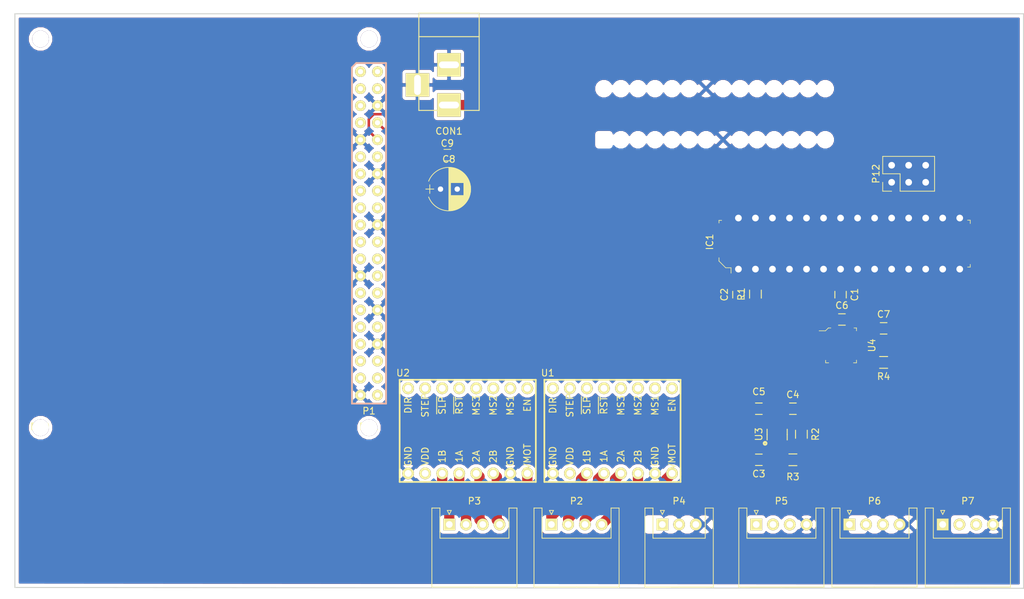
<source format=kicad_pcb>
(kicad_pcb (version 4) (host pcbnew 4.0.5)
  (layers (0 F.Cu signal) (31 B.Cu signal) (34 B.Paste user) (35 F.Paste user) (36 B.SilkS user) (37 F.SilkS user) (38 B.Mask user) (39 F.Mask user) (44 Edge.Cuts user))
  (net 0 "")
  (net 1 +3V3)
  (net 2 GND)
  (net 3 "Net-(C3-Pad1)")
  (net 4 "Net-(C4-Pad1)")
  (net 5 "Net-(C4-Pad2)")
  (net 6 +12V)
  (net 7 RX)
  (net 8 TX)
  (net 9 "Net-(IC1-Pad4)")
  (net 10 "Net-(IC1-Pad5)")
  (net 11 "Net-(IC1-Pad6)")
  (net 12 "Net-(IC1-Pad9)")
  (net 13 "Net-(IC1-Pad10)")
  (net 14 "Net-(IC1-Pad11)")
  (net 15 "Net-(IC1-Pad12)")
  (net 16 "Net-(IC1-Pad13)")
  (net 17 M1_STEP)
  (net 18 M1_DIR)
  (net 19 M2_STEP)
  (net 20 "Net-(IC1-Pad21)")
  (net 21 LOAD_CELL_OUT)
  (net 22 TABLE_LIMIT_SWITCH)
  (net 23 "Net-(IC1-Pad25)")
  (net 24 "Net-(IC1-Pad26)")
  (net 25 "Net-(IC1-Pad27)")
  (net 26 "Net-(IC1-Pad28)")
  (net 27 +5V)
  (net 28 "Net-(P1-Pad3)")
  (net 29 "Net-(P1-Pad5)")
  (net 30 "Net-(P1-Pad7)")
  (net 31 "Net-(P1-Pad11)")
  (net 32 "Net-(P1-Pad12)")
  (net 33 "Net-(P1-Pad13)")
  (net 34 "Net-(P1-Pad15)")
  (net 35 "Net-(P1-Pad16)")
  (net 36 "Net-(P1-Pad18)")
  (net 37 "Net-(P1-Pad19)")
  (net 38 "Net-(P1-Pad21)")
  (net 39 "Net-(P1-Pad22)")
  (net 40 "Net-(P1-Pad23)")
  (net 41 "Net-(P1-Pad24)")
  (net 42 "Net-(P1-Pad26)")
  (net 43 "Net-(P1-Pad27)")
  (net 44 "Net-(P1-Pad28)")
  (net 45 "Net-(P1-Pad29)")
  (net 46 "Net-(P1-Pad31)")
  (net 47 "Net-(P1-Pad32)")
  (net 48 "Net-(P1-Pad33)")
  (net 49 "Net-(P1-Pad35)")
  (net 50 "Net-(P1-Pad36)")
  (net 51 "Net-(P1-Pad37)")
  (net 52 "Net-(P1-Pad38)")
  (net 53 "Net-(P1-Pad40)")
  (net 54 STEPPER1_2B)
  (net 55 STEPPER1_2A)
  (net 56 STEPPER1_1A)
  (net 57 STEPPER1_1B)
  (net 58 STEPPER2_2B)
  (net 59 STEPPER2_2A)
  (net 60 STEPPER2_1A)
  (net 61 STEPPER2_1B)
  (net 62 LOADCELL+)
  (net 63 LOADCELL-)
  (net 64 ULTRASONIC_TRIG)
  (net 65 ULTRASONIC_ECHO)
  (net 66 STRIP1_DATA)
  (net 67 STRIP2_DATA)
  (net 68 "Net-(U1-Pad4)")
  (net 69 "Net-(U1-Pad3)")
  (net 70 "Net-(U1-Pad2)")
  (net 71 "Net-(U1-Pad1)")
  (net 72 "Net-(U1-Pad5)")
  (net 73 "Net-(U1-Pad6)")
  (net 74 "Net-(U2-Pad4)")
  (net 75 "Net-(U2-Pad3)")
  (net 76 "Net-(U2-Pad2)")
  (net 77 "Net-(U2-Pad1)")
  (net 78 "Net-(U2-Pad5)")
  (net 79 "Net-(U2-Pad6)")
  (net 80 "Net-(U3-Pad3)")
  (net 81 "Net-(R4-Pad2)")
  (net 82 "Net-(U4-Pad6)")
  (net 83 "Net-(U4-Pad9)")
  (net 84 "Net-(P8-Pad1)")
  (net 85 "Net-(P9-Pad1)")
  (net 86 "Net-(P10-Pad1)")
  (net 87 "Net-(P11-Pad1)")
  (net 88 RESET)
  (net 89 "M2_DIR(MOSI)")
  (net 90 MISO)
  (net 91 SCK)
  (module Connectors_JST:JST_XH_S04B-XH-A_04x2.50mm_Angled (layer F.Cu) (at 177.92 107.95)
    (fp_text reference P5 (at 3.75 -3.5) (layer F.SilkS))
    (fp_text value CONN_01X04)
    (pad 1 thru_hole rect (at 0 0) (size 1.75 1.75) (drill 1) (layers *.Cu *.Mask F.SilkS) (net 1 +3V3))
    (pad 2 thru_hole circle (at 2.5 0) (size 1.75 1.75) (drill 1) (layers *.Cu *.Mask F.SilkS) (net 62 LOADCELL+))
    (pad 3 thru_hole circle (at 5 0) (size 1.75 1.75) (drill 1) (layers *.Cu *.Mask F.SilkS) (net 63 LOADCELL-))
    (pad 4 thru_hole circle (at 7.5 0) (size 1.75 1.75) (drill 1) (layers *.Cu *.Mask F.SilkS) (net 2 GND))
  )
  (module Capacitors_SMD:C_0805_HandSoldering (layer F.Cu) (at 190.5 73.66 270)
    (fp_text reference C1 (at 0 -2.1 270) (layer F.SilkS))
    (fp_text value 0.1uF)
    (pad 1 smd rect (at -1.25 0 270) (size 1.5 1.25) (layers F.Cu F.Paste F.Mask) (net 1 +3V3))
    (pad 2 smd rect (at 1.25 0 270) (size 1.5 1.25) (layers F.Cu F.Paste F.Mask) (net 2 GND))
  )
  (module Capacitors_SMD:C_0805_HandSoldering (layer F.Cu) (at 175.26 73.66 90)
    (fp_text reference C2 (at 0 -2.1 90) (layer F.SilkS))
    (fp_text value 0.1uF)
    (pad 1 smd rect (at -1.25 0 90) (size 1.5 1.25) (layers F.Cu F.Paste F.Mask) (net 2 GND))
    (pad 2 smd rect (at 1.25 0 90) (size 1.5 1.25) (layers F.Cu F.Paste F.Mask) (net 88 RESET))
  )
  (module Capacitors_SMD:C_0805_HandSoldering (layer F.Cu) (at 178.308 98.298 180)
    (fp_text reference C3 (at 0 -2.1 180) (layer F.SilkS))
    (fp_text value 39pF)
    (pad 1 smd rect (at -1.25 0 180) (size 1.5 1.25) (layers F.Cu F.Paste F.Mask) (net 3 "Net-(C3-Pad1)"))
    (pad 2 smd rect (at 1.25 0 180) (size 1.5 1.25) (layers F.Cu F.Paste F.Mask) (net 2 GND))
  )
  (module Capacitors_SMD:C_0805_HandSoldering (layer F.Cu) (at 183.388 90.678)
    (fp_text reference C4 (at 0 -2.1) (layer F.SilkS))
    (fp_text value 1300pF)
    (pad 1 smd rect (at -1.25 0) (size 1.5 1.25) (layers F.Cu F.Paste F.Mask) (net 4 "Net-(C4-Pad1)"))
    (pad 2 smd rect (at 1.25 0) (size 1.5 1.25) (layers F.Cu F.Paste F.Mask) (net 5 "Net-(C4-Pad2)"))
  )
  (module Capacitors_SMD:C_0805_HandSoldering (layer F.Cu) (at 178.308 90.678 180)
    (fp_text reference C5 (at 0 2.54 180) (layer F.SilkS))
    (fp_text value 0.1uF)
    (pad 1 smd rect (at -1.25 0 180) (size 1.5 1.25) (layers F.Cu F.Paste F.Mask) (net 1 +3V3))
    (pad 2 smd rect (at 1.25 0 180) (size 1.5 1.25) (layers F.Cu F.Paste F.Mask) (net 2 GND))
  )
  (module Connect:BARREL_JACK (layer F.Cu) (at 132.08 39.16934 270)
    (fp_text reference CON1 (at 10.09904 0 360) (layer F.SilkS))
    (fp_text value BARREL_JACK)
    (pad 1 thru_hole rect (at 6.20014 0 270) (size 3.50012 3.50012) (drill oval 1.00076 2.99974) (layers *.Cu *.Mask F.SilkS) (net 6 +12V))
    (pad 2 thru_hole rect (at 0.20066 0 270) (size 3.50012 3.50012) (drill oval 1.00076 2.99974) (layers *.Cu *.Mask F.SilkS) (net 2 GND))
    (pad 3 thru_hole rect (at 3.2004 4.699 270) (size 3.50012 3.50012) (drill oval 2.99974 1.00076) (layers *.Cu *.Mask F.SilkS) (net 2 GND))
  )
  (module digikey-footprints:28-DIP (layer F.Cu) (at 175.26 69.85 90)
    (fp_text reference IC1 (at 4.05 -4.28 90) (layer F.SilkS))
    (fp_text value ATMEGA328P-P)
    (pad 1 thru_hole rect (at 0 0 90) (size 1.6 1.6) (drill 1) (layers *.Cu *.Mask) (net 88 RESET))
    (pad 2 thru_hole circle (at 0 2.54 90) (size 1.6 1.6) (drill 1) (layers *.Cu *.Mask) (net 7 RX))
    (pad 3 thru_hole circle (at 0 5.08 90) (size 1.6 1.6) (drill 1) (layers *.Cu *.Mask) (net 8 TX))
    (pad 4 thru_hole circle (at 0 7.62 90) (size 1.6 1.6) (drill 1) (layers *.Cu *.Mask) (net 9 "Net-(IC1-Pad4)"))
    (pad 5 thru_hole circle (at 0 10.16 90) (size 1.6 1.6) (drill 1) (layers *.Cu *.Mask) (net 10 "Net-(IC1-Pad5)"))
    (pad 6 thru_hole circle (at 0 12.7 90) (size 1.6 1.6) (drill 1) (layers *.Cu *.Mask) (net 11 "Net-(IC1-Pad6)"))
    (pad 7 thru_hole circle (at 0 15.24 90) (size 1.6 1.6) (drill 1) (layers *.Cu *.Mask) (net 1 +3V3))
    (pad 8 thru_hole circle (at 0 17.78 90) (size 1.6 1.6) (drill 1) (layers *.Cu *.Mask) (net 2 GND))
    (pad 9 thru_hole circle (at 0 20.32 90) (size 1.6 1.6) (drill 1) (layers *.Cu *.Mask) (net 12 "Net-(IC1-Pad9)"))
    (pad 10 thru_hole circle (at 0 22.86 90) (size 1.6 1.6) (drill 1) (layers *.Cu *.Mask) (net 13 "Net-(IC1-Pad10)"))
    (pad 11 thru_hole circle (at 0 25.4 90) (size 1.6 1.6) (drill 1) (layers *.Cu *.Mask) (net 14 "Net-(IC1-Pad11)"))
    (pad 12 thru_hole circle (at 0 27.94 90) (size 1.6 1.6) (drill 1) (layers *.Cu *.Mask) (net 15 "Net-(IC1-Pad12)"))
    (pad 13 thru_hole circle (at 0 30.48 90) (size 1.6 1.6) (drill 1) (layers *.Cu *.Mask) (net 16 "Net-(IC1-Pad13)"))
    (pad 14 thru_hole circle (at 0 33.02 90) (size 1.6 1.6) (drill 1) (layers *.Cu *.Mask) (net 17 M1_STEP))
    (pad 15 thru_hole circle (at 7.62 33.02 90) (size 1.6 1.6) (drill 1) (layers *.Cu *.Mask) (net 18 M1_DIR))
    (pad 16 thru_hole circle (at 7.62 30.48 90) (size 1.6 1.6) (drill 1) (layers *.Cu *.Mask) (net 19 M2_STEP))
    (pad 17 thru_hole circle (at 7.62 27.94 90) (size 1.6 1.6) (drill 1) (layers *.Cu *.Mask) (net 89 "M2_DIR(MOSI)"))
    (pad 18 thru_hole circle (at 7.62 25.4 90) (size 1.6 1.6) (drill 1) (layers *.Cu *.Mask) (net 90 MISO))
    (pad 19 thru_hole circle (at 7.62 22.86 90) (size 1.6 1.6) (drill 1) (layers *.Cu *.Mask) (net 91 SCK))
    (pad 20 thru_hole circle (at 7.62 20.32 90) (size 1.6 1.6) (drill 1) (layers *.Cu *.Mask) (net 1 +3V3))
    (pad 21 thru_hole circle (at 7.62 17.78 90) (size 1.6 1.6) (drill 1) (layers *.Cu *.Mask) (net 20 "Net-(IC1-Pad21)"))
    (pad 22 thru_hole circle (at 7.62 15.24 90) (size 1.6 1.6) (drill 1) (layers *.Cu *.Mask) (net 2 GND))
    (pad 23 thru_hole circle (at 7.62 12.7 90) (size 1.6 1.6) (drill 1) (layers *.Cu *.Mask) (net 21 LOAD_CELL_OUT))
    (pad 24 thru_hole circle (at 7.62 10.16 90) (size 1.6 1.6) (drill 1) (layers *.Cu *.Mask) (net 22 TABLE_LIMIT_SWITCH))
    (pad 25 thru_hole circle (at 7.62 7.62 90) (size 1.6 1.6) (drill 1) (layers *.Cu *.Mask) (net 23 "Net-(IC1-Pad25)"))
    (pad 26 thru_hole circle (at 7.62 5.08 90) (size 1.6 1.6) (drill 1) (layers *.Cu *.Mask) (net 24 "Net-(IC1-Pad26)"))
    (pad 27 thru_hole circle (at 7.62 2.54 90) (size 1.6 1.6) (drill 1) (layers *.Cu *.Mask) (net 25 "Net-(IC1-Pad27)"))
    (pad 28 thru_hole circle (at 7.62 0 90) (size 1.6 1.6) (drill 1) (layers *.Cu *.Mask) (net 26 "Net-(IC1-Pad28)"))
  )
  (module Resistors_SMD:R_0805_HandSoldering (layer F.Cu) (at 177.8 73.58 90)
    (fp_text reference R1 (at 0 -2.1 90) (layer F.SilkS))
    (fp_text value 10.0K)
    (pad 1 smd rect (at -1.35 0 90) (size 1.5 1.3) (layers F.Cu F.Paste F.Mask) (net 1 +3V3))
    (pad 2 smd rect (at 1.35 0 90) (size 1.5 1.3) (layers F.Cu F.Paste F.Mask) (net 88 RESET))
  )
  (module Resistors_SMD:R_0805_HandSoldering (layer F.Cu) (at 184.658 94.488 270)
    (fp_text reference R2 (at 0 -2.1 270) (layer F.SilkS))
    (fp_text value DNP)
    (pad 1 smd rect (at -1.35 0 270) (size 1.5 1.3) (layers F.Cu F.Paste F.Mask) (net 2 GND))
    (pad 2 smd rect (at 1.35 0 270) (size 1.5 1.3) (layers F.Cu F.Paste F.Mask) (net 21 LOAD_CELL_OUT))
  )
  (module Resistors_SMD:R_0805_HandSoldering (layer F.Cu) (at 183.388 98.298)
    (fp_text reference R3 (at 0 2.54) (layer F.SilkS))
    (fp_text value 0)
    (pad 1 smd rect (at -1.35 0) (size 1.5 1.3) (layers F.Cu F.Paste F.Mask) (net 3 "Net-(C3-Pad1)"))
    (pad 2 smd rect (at 1.35 0) (size 1.5 1.3) (layers F.Cu F.Paste F.Mask) (net 21 LOAD_CELL_OUT))
  )
  (module USER_MODULES:A4988 (layer F.Cu) (at 156.464 93.98 270)
    (fp_text reference U1 (at -8.636 9.652 360) (layer F.SilkS))
    (fp_text value A4988)
    (fp_text user VMOT (at 3.81 -8.89 270) (layer F.SilkS))
    (fp_text user GND (at 3.81 -6.35 270) (layer F.SilkS))
    (fp_text user 2B (at 3.81 -3.81 270) (layer F.SilkS))
    (fp_text user 2A (at 3.81 -1.27 270) (layer F.SilkS))
    (fp_text user 1A (at 3.81 1.27 270) (layer F.SilkS))
    (fp_text user 1B (at 3.81 3.81 270) (layer F.SilkS))
    (fp_text user VDD (at 3.81 6.35 270) (layer F.SilkS))
    (fp_text user GND (at 3.81 8.89 270) (layer F.SilkS))
    (fp_text user DIR (at -3.81 8.89 270) (layer F.SilkS))
    (fp_text user STEP (at -3.81 6.35 270) (layer F.SilkS))
    (fp_text user ~SLP (at -3.81 3.81 270) (layer F.SilkS))
    (fp_text user ~RST (at -3.81 1.27 270) (layer F.SilkS))
    (fp_text user MS3 (at -3.81 -1.27 270) (layer F.SilkS))
    (fp_text user MS2 (at -3.81 -3.81 270) (layer F.SilkS))
    (fp_text user MS1 (at -3.81 -6.35 270) (layer F.SilkS))
    (fp_text user EN (at -3.81 -8.89 270) (layer F.SilkS))
    (pad 4 thru_hole circle (at -6.35 -1.27 270) (size 1.75 1.75) (drill 1.02) (layers *.Cu *.Mask F.SilkS) (net 68 "Net-(U1-Pad4)"))
    (pad 3 thru_hole circle (at -6.35 -3.81 270) (size 1.75 1.75) (drill 1.02) (layers *.Cu *.Mask F.SilkS) (net 69 "Net-(U1-Pad3)"))
    (pad 2 thru_hole circle (at -6.35 -6.35 270) (size 1.75 1.75) (drill 1.02) (layers *.Cu *.Mask F.SilkS) (net 70 "Net-(U1-Pad2)"))
    (pad 1 thru_hole circle (at -6.35 -8.89 270) (size 1.75 1.75) (drill 1.02) (layers *.Cu *.Mask F.SilkS) (net 71 "Net-(U1-Pad1)"))
    (pad 5 thru_hole circle (at -6.35 1.27 270) (size 1.75 1.75) (drill 1.02) (layers *.Cu *.Mask F.SilkS) (net 72 "Net-(U1-Pad5)"))
    (pad 6 thru_hole circle (at -6.35 3.81 270) (size 1.75 1.75) (drill 1.02) (layers *.Cu *.Mask F.SilkS) (net 73 "Net-(U1-Pad6)"))
    (pad 7 thru_hole circle (at -6.35 6.35 270) (size 1.75 1.75) (drill 1.02) (layers *.Cu *.Mask F.SilkS) (net 17 M1_STEP))
    (pad 8 thru_hole circle (at -6.35 8.89 270) (size 1.75 1.75) (drill 1.02) (layers *.Cu *.Mask F.SilkS) (net 18 M1_DIR))
    (pad 9 thru_hole circle (at 6.35 8.89 270) (size 1.75 1.75) (drill 1.02) (layers *.Cu *.Mask F.SilkS) (net 2 GND))
    (pad 10 thru_hole circle (at 6.35 6.35 270) (size 1.75 1.75) (drill 1.02) (layers *.Cu *.Mask F.SilkS) (net 1 +3V3))
    (pad 11 thru_hole circle (at 6.35 3.81 270) (size 1.75 1.75) (drill 1.02) (layers *.Cu *.Mask F.SilkS) (net 57 STEPPER1_1B))
    (pad 12 thru_hole circle (at 6.35 1.27 270) (size 1.75 1.75) (drill 1.02) (layers *.Cu *.Mask F.SilkS) (net 56 STEPPER1_1A))
    (pad 13 thru_hole circle (at 6.35 -1.27 270) (size 1.75 1.75) (drill 1.02) (layers *.Cu *.Mask F.SilkS) (net 55 STEPPER1_2A))
    (pad 14 thru_hole circle (at 6.35 -3.81 270) (size 1.75 1.75) (drill 1.02) (layers *.Cu *.Mask F.SilkS) (net 54 STEPPER1_2B))
    (pad 15 thru_hole circle (at 6.35 -6.35 270) (size 1.75 1.75) (drill 1.02) (layers *.Cu *.Mask F.SilkS) (net 2 GND))
    (pad 16 thru_hole circle (at 6.35 -8.89 270) (size 1.75 1.75) (drill 1.02) (layers *.Cu *.Mask F.SilkS) (net 6 +12V))
  )
  (module USER_MODULES:A4988 (layer F.Cu) (at 134.874 93.98 270)
    (fp_text reference U2 (at -8.636 9.652 540) (layer F.SilkS))
    (fp_text value A4988)
    (fp_text user VMOT (at 3.81 -8.89 270) (layer F.SilkS))
    (fp_text user GND (at 3.81 -6.35 270) (layer F.SilkS))
    (fp_text user 2B (at 3.81 -3.81 270) (layer F.SilkS))
    (fp_text user 2A (at 3.81 -1.27 270) (layer F.SilkS))
    (fp_text user 1A (at 3.81 1.27 270) (layer F.SilkS))
    (fp_text user 1B (at 3.81 3.81 270) (layer F.SilkS))
    (fp_text user VDD (at 3.81 6.35 270) (layer F.SilkS))
    (fp_text user GND (at 3.81 8.89 270) (layer F.SilkS))
    (fp_text user DIR (at -3.81 8.89 270) (layer F.SilkS))
    (fp_text user STEP (at -3.81 6.35 270) (layer F.SilkS))
    (fp_text user ~SLP (at -3.81 3.81 270) (layer F.SilkS))
    (fp_text user ~RST (at -3.81 1.27 270) (layer F.SilkS))
    (fp_text user MS3 (at -3.81 -1.27 270) (layer F.SilkS))
    (fp_text user MS2 (at -3.81 -3.81 270) (layer F.SilkS))
    (fp_text user MS1 (at -3.81 -6.35 270) (layer F.SilkS))
    (fp_text user EN (at -3.81 -8.89 270) (layer F.SilkS))
    (pad 4 thru_hole circle (at -6.35 -1.27 270) (size 1.75 1.75) (drill 1.02) (layers *.Cu *.Mask F.SilkS) (net 74 "Net-(U2-Pad4)"))
    (pad 3 thru_hole circle (at -6.35 -3.81 270) (size 1.75 1.75) (drill 1.02) (layers *.Cu *.Mask F.SilkS) (net 75 "Net-(U2-Pad3)"))
    (pad 2 thru_hole circle (at -6.35 -6.35 270) (size 1.75 1.75) (drill 1.02) (layers *.Cu *.Mask F.SilkS) (net 76 "Net-(U2-Pad2)"))
    (pad 1 thru_hole circle (at -6.35 -8.89 270) (size 1.75 1.75) (drill 1.02) (layers *.Cu *.Mask F.SilkS) (net 77 "Net-(U2-Pad1)"))
    (pad 5 thru_hole circle (at -6.35 1.27 270) (size 1.75 1.75) (drill 1.02) (layers *.Cu *.Mask F.SilkS) (net 78 "Net-(U2-Pad5)"))
    (pad 6 thru_hole circle (at -6.35 3.81 270) (size 1.75 1.75) (drill 1.02) (layers *.Cu *.Mask F.SilkS) (net 79 "Net-(U2-Pad6)"))
    (pad 7 thru_hole circle (at -6.35 6.35 270) (size 1.75 1.75) (drill 1.02) (layers *.Cu *.Mask F.SilkS) (net 19 M2_STEP))
    (pad 8 thru_hole circle (at -6.35 8.89 270) (size 1.75 1.75) (drill 1.02) (layers *.Cu *.Mask F.SilkS) (net 89 "M2_DIR(MOSI)"))
    (pad 9 thru_hole circle (at 6.35 8.89 270) (size 1.75 1.75) (drill 1.02) (layers *.Cu *.Mask F.SilkS) (net 2 GND))
    (pad 10 thru_hole circle (at 6.35 6.35 270) (size 1.75 1.75) (drill 1.02) (layers *.Cu *.Mask F.SilkS) (net 1 +3V3))
    (pad 11 thru_hole circle (at 6.35 3.81 270) (size 1.75 1.75) (drill 1.02) (layers *.Cu *.Mask F.SilkS) (net 61 STEPPER2_1B))
    (pad 12 thru_hole circle (at 6.35 1.27 270) (size 1.75 1.75) (drill 1.02) (layers *.Cu *.Mask F.SilkS) (net 60 STEPPER2_1A))
    (pad 13 thru_hole circle (at 6.35 -1.27 270) (size 1.75 1.75) (drill 1.02) (layers *.Cu *.Mask F.SilkS) (net 59 STEPPER2_2A))
    (pad 14 thru_hole circle (at 6.35 -3.81 270) (size 1.75 1.75) (drill 1.02) (layers *.Cu *.Mask F.SilkS) (net 58 STEPPER2_2B))
    (pad 15 thru_hole circle (at 6.35 -6.35 270) (size 1.75 1.75) (drill 1.02) (layers *.Cu *.Mask F.SilkS) (net 2 GND))
    (pad 16 thru_hole circle (at 6.35 -8.89 270) (size 1.75 1.75) (drill 1.02) (layers *.Cu *.Mask F.SilkS) (net 6 +12V))
  )
  (module USER_TRANSISTORS_SMD:AD8293G80_SOT23-8 (layer F.Cu) (at 181.040714 94.541)
    (fp_text reference U3 (at -2.732714 -0.053 90) (layer F.SilkS))
    (fp_text value AD8293G80)
    (pad 1 smd rect (at -0.975 1.4) (size 0.38 1.5) (layers F.Cu F.Paste F.Mask) (net 63 LOADCELL-))
    (pad 2 smd rect (at -0.325 1.4) (size 0.38 1.5) (layers F.Cu F.Paste F.Mask) (net 2 GND))
    (pad 3 smd rect (at 0.325 1.4) (size 0.38 1.5) (layers F.Cu F.Paste F.Mask) (net 80 "Net-(U3-Pad3)"))
    (pad 4 smd rect (at 0.975 1.4) (size 0.38 1.5) (layers F.Cu F.Paste F.Mask) (net 3 "Net-(C3-Pad1)"))
    (pad 5 smd rect (at 0.975 -1.4) (size 0.38 1.5) (layers F.Cu F.Paste F.Mask) (net 5 "Net-(C4-Pad2)"))
    (pad 6 smd rect (at 0.325 -1.4) (size 0.38 1.5) (layers F.Cu F.Paste F.Mask) (net 4 "Net-(C4-Pad1)"))
    (pad 7 smd rect (at -0.325 -1.4) (size 0.38 1.5) (layers F.Cu F.Paste F.Mask) (net 1 +3V3))
    (pad 8 smd rect (at -0.975 -1.4) (size 0.38 1.5) (layers F.Cu F.Paste F.Mask) (net 62 LOADCELL+))
  )
  (module Capacitors_SMD:C_0805_HandSoldering (layer F.Cu) (at 190.7032 77.3684)
    (fp_text reference C6 (at 0 -2.1) (layer F.SilkS))
    (fp_text value 0.1uF)
    (pad 1 smd rect (at -1.25 0) (size 1.5 1.25) (layers F.Cu F.Paste F.Mask) (net 1 +3V3))
    (pad 2 smd rect (at 1.25 0) (size 1.5 1.25) (layers F.Cu F.Paste F.Mask) (net 2 GND))
  )
  (module Capacitors_SMD:C_0805_HandSoldering (layer F.Cu) (at 196.9262 78.6892)
    (fp_text reference C7 (at 0 -2.1) (layer F.SilkS))
    (fp_text value 0.1uF)
    (pad 1 smd rect (at -1.25 0) (size 1.5 1.25) (layers F.Cu F.Paste F.Mask) (net 27 +5V))
    (pad 2 smd rect (at 1.25 0) (size 1.5 1.25) (layers F.Cu F.Paste F.Mask) (net 2 GND))
  )
  (module Resistors_SMD:R_0805_HandSoldering (layer F.Cu) (at 196.9262 83.7692 180)
    (fp_text reference R4 (at 0 -2.1 180) (layer F.SilkS))
    (fp_text value 10.0K)
    (pad 1 smd rect (at -1.35 0 180) (size 1.5 1.3) (layers F.Cu F.Paste F.Mask) (net 1 +3V3))
    (pad 2 smd rect (at 1.35 0 180) (size 1.5 1.3) (layers F.Cu F.Paste F.Mask) (net 81 "Net-(R4-Pad2)"))
  )
  (module digikey-footprints:14-TSSOP (layer F.Cu) (at 190.5762 81.2292 270)
    (fp_text reference U4 (at 0 -4.6 270) (layer F.SilkS))
    (fp_text value TXB0104PWR)
    (pad 1 smd rect (at -1.95 2.875 270) (size 0.35 1.4) (layers F.Cu F.Paste F.Mask) (net 1 +3V3))
    (pad 2 smd rect (at -1.3 2.875 270) (size 0.35 1.4) (layers F.Cu F.Paste F.Mask) (net 9 "Net-(IC1-Pad4)"))
    (pad 3 smd rect (at -0.65 2.875 270) (size 0.35 1.4) (layers F.Cu F.Paste F.Mask) (net 10 "Net-(IC1-Pad5)"))
    (pad 4 smd rect (at 0 2.875 270) (size 0.35 1.4) (layers F.Cu F.Paste F.Mask) (net 11 "Net-(IC1-Pad6)"))
    (pad 5 smd rect (at 0.65 2.875 270) (size 0.35 1.4) (layers F.Cu F.Paste F.Mask) (net 14 "Net-(IC1-Pad11)"))
    (pad 6 smd rect (at 1.3 2.875 270) (size 0.35 1.4) (layers F.Cu F.Paste F.Mask) (net 82 "Net-(U4-Pad6)"))
    (pad 7 smd rect (at 1.95 2.875 270) (size 0.35 1.4) (layers F.Cu F.Paste F.Mask) (net 2 GND))
    (pad 14 smd rect (at -1.95 -2.875 270) (size 0.35 1.4) (layers F.Cu F.Paste F.Mask) (net 27 +5V))
    (pad 13 smd rect (at -1.3 -2.875 270) (size 0.35 1.4) (layers F.Cu F.Paste F.Mask) (net 67 STRIP2_DATA))
    (pad 12 smd rect (at -0.65 -2.875 270) (size 0.35 1.4) (layers F.Cu F.Paste F.Mask) (net 66 STRIP1_DATA))
    (pad 11 smd rect (at 0 -2.875 270) (size 0.35 1.4) (layers F.Cu F.Paste F.Mask) (net 65 ULTRASONIC_ECHO))
    (pad 10 smd rect (at 0.65 -2.875 270) (size 0.35 1.4) (layers F.Cu F.Paste F.Mask) (net 64 ULTRASONIC_TRIG))
    (pad 9 smd rect (at 1.3 -2.875 270) (size 0.35 1.4) (layers F.Cu F.Paste F.Mask) (net 83 "Net-(U4-Pad9)"))
    (pad 8 smd rect (at 1.95 -2.875 270) (size 0.35 1.4) (layers F.Cu F.Paste F.Mask) (net 81 "Net-(R4-Pad2)"))
  )
  (module Connectors_JST:JST_XH_S04B-XH-A_04x2.50mm_Angled (layer F.Cu) (at 147.36 107.95)
    (fp_text reference P2 (at 3.75 -3.5) (layer F.SilkS))
    (fp_text value CONN_01X04)
    (pad 1 thru_hole rect (at 0 0) (size 1.75 1.75) (drill 1) (layers *.Cu *.Mask F.SilkS) (net 57 STEPPER1_1B))
    (pad 2 thru_hole circle (at 2.5 0) (size 1.75 1.75) (drill 1) (layers *.Cu *.Mask F.SilkS) (net 56 STEPPER1_1A))
    (pad 3 thru_hole circle (at 5 0) (size 1.75 1.75) (drill 1) (layers *.Cu *.Mask F.SilkS) (net 55 STEPPER1_2A))
    (pad 4 thru_hole circle (at 7.5 0) (size 1.75 1.75) (drill 1) (layers *.Cu *.Mask F.SilkS) (net 54 STEPPER1_2B))
  )
  (module Connectors_JST:JST_XH_S04B-XH-A_04x2.50mm_Angled (layer F.Cu) (at 132.12 107.95)
    (fp_text reference P3 (at 3.75 -3.5) (layer F.SilkS))
    (fp_text value CONN_01X04)
    (pad 1 thru_hole rect (at 0 0) (size 1.75 1.75) (drill 1) (layers *.Cu *.Mask F.SilkS) (net 61 STEPPER2_1B))
    (pad 2 thru_hole circle (at 2.5 0) (size 1.75 1.75) (drill 1) (layers *.Cu *.Mask F.SilkS) (net 60 STEPPER2_1A))
    (pad 3 thru_hole circle (at 5 0) (size 1.75 1.75) (drill 1) (layers *.Cu *.Mask F.SilkS) (net 59 STEPPER2_2A))
    (pad 4 thru_hole circle (at 7.5 0) (size 1.75 1.75) (drill 1) (layers *.Cu *.Mask F.SilkS) (net 58 STEPPER2_2B))
  )
  (module Connectors_JST:JST_XH_S03B-XH-A_03x2.50mm_Angled (layer F.Cu) (at 163.91 107.95)
    (fp_text reference P4 (at 2.5 -3.5) (layer F.SilkS))
    (fp_text value CONN_01X03)
    (pad 1 thru_hole rect (at 0 0) (size 1.75 1.75) (drill 1) (layers *.Cu *.Mask F.SilkS) (net 1 +3V3))
    (pad 2 thru_hole circle (at 2.5 0) (size 1.75 1.75) (drill 1) (layers *.Cu *.Mask F.SilkS) (net 22 TABLE_LIMIT_SWITCH))
    (pad 3 thru_hole circle (at 5 0) (size 1.75 1.75) (drill 1) (layers *.Cu *.Mask F.SilkS) (net 2 GND))
  )
  (module Connectors_JST:JST_XH_S04B-XH-A_04x2.50mm_Angled (layer F.Cu) (at 191.81 107.95)
    (fp_text reference P6 (at 3.75 -3.5) (layer F.SilkS))
    (fp_text value CONN_01X04)
    (pad 1 thru_hole rect (at 0 0) (size 1.75 1.75) (drill 1) (layers *.Cu *.Mask F.SilkS) (net 27 +5V))
    (pad 2 thru_hole circle (at 2.5 0) (size 1.75 1.75) (drill 1) (layers *.Cu *.Mask F.SilkS) (net 64 ULTRASONIC_TRIG))
    (pad 3 thru_hole circle (at 5 0) (size 1.75 1.75) (drill 1) (layers *.Cu *.Mask F.SilkS) (net 65 ULTRASONIC_ECHO))
    (pad 4 thru_hole circle (at 7.5 0) (size 1.75 1.75) (drill 1) (layers *.Cu *.Mask F.SilkS) (net 2 GND))
  )
  (module Connectors_JST:JST_XH_S04B-XH-A_04x2.50mm_Angled (layer F.Cu) (at 205.74 107.95)
    (fp_text reference P7 (at 3.75 -3.5) (layer F.SilkS))
    (fp_text value CONN_01X04)
    (pad 1 thru_hole rect (at 0 0) (size 1.75 1.75) (drill 1) (layers *.Cu *.Mask F.SilkS) (net 27 +5V))
    (pad 2 thru_hole circle (at 2.5 0) (size 1.75 1.75) (drill 1) (layers *.Cu *.Mask F.SilkS) (net 66 STRIP1_DATA))
    (pad 3 thru_hole circle (at 5 0) (size 1.75 1.75) (drill 1) (layers *.Cu *.Mask F.SilkS) (net 67 STRIP2_DATA))
    (pad 4 thru_hole circle (at 7.5 0) (size 1.75 1.75) (drill 1) (layers *.Cu *.Mask F.SilkS) (net 2 GND))
  )
  (module Mounting_Holes:MountingHole_2-5mm (layer F.Cu) (at 71.14 35.51)
    (fp_text reference P8 (at 0 -0.05) (layer F.SilkS))
    (fp_text value CONN_01X01)
    (pad 1 thru_hole circle (at 0 0) (size 2.5 2.5) (drill 2.5) (layers) (net 84 "Net-(P8-Pad1)"))
  )
  (module Mounting_Holes:MountingHole_2-5mm (layer F.Cu) (at 120.14 35.51)
    (fp_text reference P9 (at 0 -0.05) (layer F.SilkS))
    (fp_text value CONN_01X01)
    (pad 1 thru_hole circle (at 0 0) (size 2.5 2.5) (drill 2.5) (layers) (net 85 "Net-(P9-Pad1)"))
  )
  (module Mounting_Holes:MountingHole_2-5mm (layer F.Cu) (at 71.14 93.51)
    (fp_text reference P10 (at -0.08 -0.138) (layer F.SilkS))
    (fp_text value CONN_01X01)
    (pad 1 thru_hole circle (at 0 0) (size 2.5 2.5) (drill 2.5) (layers) (net 86 "Net-(P10-Pad1)"))
  )
  (module Mounting_Holes:MountingHole_2-5mm (layer F.Cu) (at 120.14 93.51)
    (fp_text reference P11 (at 0 -0.148) (layer F.SilkS))
    (fp_text value CONN_01X01)
    (pad 1 thru_hole circle (at 0 0) (size 2.5 2.5) (drill 2.5) (layers) (net 87 "Net-(P11-Pad1)"))
  )
  (module USER_MODULES:RASBERRY_PI_HEADER_WBOARD (layer F.Cu) (at 120.142 64.516)
    (fp_text reference P1 (at 0 26.5) (layer F.SilkS))
    (fp_text value RPI_GPIO_HEADER)
    (pad 1 thru_hole circle (at -1.27 -24.13) (size 1.6 1.6) (drill 0.762) (layers *.Cu *.Mask F.SilkS) (net 1 +3V3))
    (pad 2 thru_hole circle (at 1.27 -24.13) (size 1.6 1.6) (drill 0.762) (layers *.Cu *.Mask F.SilkS) (net 27 +5V))
    (pad 3 thru_hole circle (at -1.27 -21.59) (size 1.6 1.6) (drill 0.762) (layers *.Cu *.Mask F.SilkS) (net 28 "Net-(P1-Pad3)"))
    (pad 4 thru_hole circle (at 1.27 -21.59) (size 1.6 1.6) (drill 0.762) (layers *.Cu *.Mask F.SilkS) (net 27 +5V))
    (pad 5 thru_hole circle (at -1.27 -19.05) (size 1.6 1.6) (drill 0.762) (layers *.Cu *.Mask F.SilkS) (net 29 "Net-(P1-Pad5)"))
    (pad 6 thru_hole circle (at 1.27 -19.05) (size 1.6 1.6) (drill 0.762) (layers *.Cu *.Mask F.SilkS) (net 2 GND))
    (pad 7 thru_hole circle (at -1.27 -16.51) (size 1.6 1.6) (drill 0.762) (layers *.Cu *.Mask F.SilkS) (net 30 "Net-(P1-Pad7)"))
    (pad 8 thru_hole circle (at 1.27 -16.51) (size 1.6 1.6) (drill 0.762) (layers *.Cu *.Mask F.SilkS) (net 7 RX))
    (pad 9 thru_hole circle (at -1.27 -13.97) (size 1.6 1.6) (drill 0.762) (layers *.Cu *.Mask F.SilkS) (net 2 GND))
    (pad 10 thru_hole circle (at 1.27 -13.97) (size 1.6 1.6) (drill 0.762) (layers *.Cu *.Mask F.SilkS) (net 8 TX))
    (pad 11 thru_hole circle (at -1.27 -11.43) (size 1.6 1.6) (drill 0.762) (layers *.Cu *.Mask F.SilkS) (net 31 "Net-(P1-Pad11)"))
    (pad 12 thru_hole circle (at 1.27 -11.43) (size 1.6 1.6) (drill 0.762) (layers *.Cu *.Mask F.SilkS) (net 32 "Net-(P1-Pad12)"))
    (pad 13 thru_hole circle (at -1.27 -8.89) (size 1.6 1.6) (drill 0.762) (layers *.Cu *.Mask F.SilkS) (net 33 "Net-(P1-Pad13)"))
    (pad 14 thru_hole circle (at 1.27 -8.89) (size 1.6 1.6) (drill 0.762) (layers *.Cu *.Mask F.SilkS) (net 2 GND))
    (pad 15 thru_hole circle (at -1.27 -6.35) (size 1.6 1.6) (drill 0.762) (layers *.Cu *.Mask F.SilkS) (net 34 "Net-(P1-Pad15)"))
    (pad 16 thru_hole circle (at 1.27 -6.35) (size 1.6 1.6) (drill 0.762) (layers *.Cu *.Mask F.SilkS) (net 35 "Net-(P1-Pad16)"))
    (pad 17 thru_hole circle (at -1.27 -3.81) (size 1.6 1.6) (drill 0.762) (layers *.Cu *.Mask F.SilkS) (net 1 +3V3))
    (pad 18 thru_hole circle (at 1.27 -3.81) (size 1.6 1.6) (drill 0.762) (layers *.Cu *.Mask F.SilkS) (net 36 "Net-(P1-Pad18)"))
    (pad 19 thru_hole circle (at -1.27 -1.27) (size 1.6 1.6) (drill 0.762) (layers *.Cu *.Mask F.SilkS) (net 37 "Net-(P1-Pad19)"))
    (pad 20 thru_hole circle (at 1.27 -1.27) (size 1.6 1.6) (drill 0.762) (layers *.Cu *.Mask F.SilkS) (net 2 GND))
    (pad 21 thru_hole circle (at -1.27 1.27) (size 1.6 1.6) (drill 0.762) (layers *.Cu *.Mask F.SilkS) (net 38 "Net-(P1-Pad21)"))
    (pad 22 thru_hole circle (at 1.27 1.27) (size 1.6 1.6) (drill 0.762) (layers *.Cu *.Mask F.SilkS) (net 39 "Net-(P1-Pad22)"))
    (pad 23 thru_hole circle (at -1.27 3.81) (size 1.6 1.6) (drill 0.762) (layers *.Cu *.Mask F.SilkS) (net 40 "Net-(P1-Pad23)"))
    (pad 24 thru_hole circle (at 1.27 3.81) (size 1.6 1.6) (drill 0.762) (layers *.Cu *.Mask F.SilkS) (net 41 "Net-(P1-Pad24)"))
    (pad 25 thru_hole circle (at -1.27 6.35) (size 1.6 1.6) (drill 0.762) (layers *.Cu *.Mask F.SilkS) (net 2 GND))
    (pad 26 thru_hole circle (at 1.27 6.35) (size 1.6 1.6) (drill 0.762) (layers *.Cu *.Mask F.SilkS) (net 42 "Net-(P1-Pad26)"))
    (pad 27 thru_hole circle (at -1.27 8.89) (size 1.6 1.6) (drill 0.762) (layers *.Cu *.Mask F.SilkS) (net 43 "Net-(P1-Pad27)"))
    (pad 28 thru_hole circle (at 1.27 8.89) (size 1.6 1.6) (drill 0.762) (layers *.Cu *.Mask F.SilkS) (net 44 "Net-(P1-Pad28)"))
    (pad 29 thru_hole circle (at -1.27 11.43) (size 1.6 1.6) (drill 0.762) (layers *.Cu *.Mask F.SilkS) (net 45 "Net-(P1-Pad29)"))
    (pad 30 thru_hole circle (at 1.27 11.43) (size 1.6 1.6) (drill 0.762) (layers *.Cu *.Mask F.SilkS) (net 2 GND))
    (pad 31 thru_hole circle (at -1.27 13.97) (size 1.6 1.6) (drill 0.762) (layers *.Cu *.Mask F.SilkS) (net 46 "Net-(P1-Pad31)"))
    (pad 32 thru_hole circle (at 1.27 13.97) (size 1.6 1.6) (drill 0.762) (layers *.Cu *.Mask F.SilkS) (net 47 "Net-(P1-Pad32)"))
    (pad 33 thru_hole circle (at -1.27 16.51) (size 1.6 1.6) (drill 0.762) (layers *.Cu *.Mask F.SilkS) (net 48 "Net-(P1-Pad33)"))
    (pad 34 thru_hole circle (at 1.27 16.51) (size 1.6 1.6) (drill 0.762) (layers *.Cu *.Mask F.SilkS) (net 2 GND))
    (pad 35 thru_hole circle (at -1.27 19.05) (size 1.6 1.6) (drill 0.762) (layers *.Cu *.Mask F.SilkS) (net 49 "Net-(P1-Pad35)"))
    (pad 36 thru_hole circle (at 1.27 19.05) (size 1.6 1.6) (drill 0.762) (layers *.Cu *.Mask F.SilkS) (net 50 "Net-(P1-Pad36)"))
    (pad 37 thru_hole circle (at -1.27 21.59) (size 1.6 1.6) (drill 0.762) (layers *.Cu *.Mask F.SilkS) (net 51 "Net-(P1-Pad37)"))
    (pad 38 thru_hole circle (at 1.27 21.59) (size 1.6 1.6) (drill 0.762) (layers *.Cu *.Mask F.SilkS) (net 52 "Net-(P1-Pad38)"))
    (pad 39 thru_hole circle (at -1.27 24.13) (size 1.6 1.6) (drill 0.762) (layers *.Cu *.Mask F.SilkS) (net 2 GND))
    (pad 40 thru_hole circle (at 1.27 24.13) (size 1.6 1.6) (drill 0.762) (layers *.Cu *.Mask F.SilkS) (net 53 "Net-(P1-Pad40)"))
  )
  (module Capacitors_THT:CP_Radial_D6.3mm_P2.50mm (layer F.Cu) (at 130.81 57.912)
    (fp_text reference C8 (at 1.25 -4.46) (layer F.SilkS))
    (fp_text value 5ZLH100MEFC6.3X11)
    (pad 1 thru_hole rect (at 0 0) (size 1.6 1.6) (drill 0.8) (layers *.Cu *.Mask) (net 6 +12V))
    (pad 2 thru_hole circle (at 2.5 0) (size 1.6 1.6) (drill 0.8) (layers *.Cu *.Mask) (net 2 GND))
  )
  (module Capacitors_SMD:C_0805_HandSoldering (layer F.Cu) (at 131.826 52.832)
    (fp_text reference C9 (at 0 -1.75) (layer F.SilkS))
    (fp_text value 0.1uF)
    (pad 1 smd rect (at -1.25 0) (size 1.5 1.25) (layers F.Cu F.Paste F.Mask) (net 6 +12V))
    (pad 2 smd rect (at 1.25 0) (size 1.5 1.25) (layers F.Cu F.Paste F.Mask) (net 2 GND))
  )
  (module Pin_Headers:Pin_Header_Straight_2x03_Pitch2.54mm (layer F.Cu) (at 198.12 56.896 90)
    (fp_text reference P12 (at 1.27 -2.33 90) (layer F.SilkS))
    (fp_text value CONN_02X03)
    (pad 1 thru_hole rect (at 0 0 90) (size 1.7 1.7) (drill 1) (layers *.Cu *.Mask) (net 90 MISO))
    (pad 2 thru_hole oval (at 2.54 0 90) (size 1.7 1.7) (drill 1) (layers *.Cu *.Mask) (net 1 +3V3))
    (pad 3 thru_hole oval (at 0 2.54 90) (size 1.7 1.7) (drill 1) (layers *.Cu *.Mask) (net 91 SCK))
    (pad 4 thru_hole oval (at 2.54 2.54 90) (size 1.7 1.7) (drill 1) (layers *.Cu *.Mask) (net 89 "M2_DIR(MOSI)"))
    (pad 5 thru_hole oval (at 0 5.08 90) (size 1.7 1.7) (drill 1) (layers *.Cu *.Mask) (net 88 RESET))
    (pad 6 thru_hole oval (at 2.54 5.08 90) (size 1.7 1.7) (drill 1) (layers *.Cu *.Mask) (net 2 GND))
  )
  (gr_line (start 217.805 31.75) (end 67.31 31.75) (layer Edge.Cuts) (width 0.15))
  (gr_line (start 217.805 117.475) (end 217.805 31.75) (layer Edge.Cuts) (width 0.15))
  (gr_line (start 67.31 117.348) (end 217.805 117.475) (layer Edge.Cuts) (width 0.15))
  (gr_line (start 67.31 31.75) (end 67.31 117.348) (layer Edge.Cuts) (width 0.15))
  (segment (start 195.58 62.23) (end 195.58 56.896) (width 0.381) (layer F.Cu) (net 1))
  (segment (start 195.58 56.896) (end 198.12 54.356) (width 0.381) (layer F.Cu) (net 1))
  (segment (start 187.7012 79.2792) (end 188.6552 79.2792) (width 0.254) (layer F.Cu) (net 1))
  (segment (start 188.6552 79.2792) (end 189.4532 78.4812) (width 0.254) (layer F.Cu) (net 1))
  (segment (start 189.4532 78.4812) (end 189.4532 78.2474) (width 0.254) (layer F.Cu) (net 1))
  (segment (start 189.4532 78.2474) (end 189.4532 77.3684) (width 0.254) (layer F.Cu) (net 1))
  (segment (start 180.715714 93.141) (end 180.715714 91.710714) (width 0.254) (layer F.Cu) (net 1))
  (segment (start 180.715714 91.710714) (end 179.683 90.678) (width 0.254) (layer F.Cu) (net 1))
  (segment (start 179.683 90.678) (end 179.558 90.678) (width 0.254) (layer F.Cu) (net 1))
  (segment (start 182.015714 95.941) (end 182.015714 98.275714) (width 0.254) (layer F.Cu) (net 3))
  (segment (start 182.015714 98.275714) (end 182.038 98.298) (width 0.254) (layer F.Cu) (net 3))
  (segment (start 179.558 98.298) (end 182.038 98.298) (width 0.381) (layer F.Cu) (net 3))
  (segment (start 181.365714 93.141) (end 181.365714 91.450286) (width 0.254) (layer F.Cu) (net 4))
  (segment (start 181.365714 91.450286) (end 182.138 90.678) (width 0.254) (layer F.Cu) (net 4))
  (segment (start 182.204714 91.948) (end 183.243 91.948) (width 0.254) (layer F.Cu) (net 5))
  (segment (start 183.243 91.948) (end 184.513 90.678) (width 0.254) (layer F.Cu) (net 5))
  (segment (start 184.513 90.678) (end 184.638 90.678) (width 0.254) (layer F.Cu) (net 5))
  (segment (start 182.015714 93.141) (end 182.015714 92.137) (width 0.254) (layer F.Cu) (net 5))
  (segment (start 182.015714 92.137) (end 182.204714 91.948) (width 0.254) (layer F.Cu) (net 5))
  (segment (start 143.764 107.835602) (end 141.109602 110.49) (width 1.524) (layer F.Cu) (net 6))
  (segment (start 126.399502 38.1) (end 128.431502 36.068) (width 1.524) (layer F.Cu) (net 6))
  (segment (start 141.109602 110.49) (end 124.206 110.49) (width 1.524) (layer F.Cu) (net 6))
  (segment (start 114.046 100.33) (end 114.046 40.137852) (width 1.524) (layer F.Cu) (net 6))
  (segment (start 135.35406 45.36948) (end 132.08 45.36948) (width 1.524) (layer F.Cu) (net 6))
  (segment (start 124.206 110.49) (end 114.046 100.33) (width 1.524) (layer F.Cu) (net 6))
  (segment (start 136.398 44.32554) (end 135.35406 45.36948) (width 1.524) (layer F.Cu) (net 6))
  (segment (start 114.046 40.137852) (end 116.083852 38.1) (width 1.524) (layer F.Cu) (net 6))
  (segment (start 135.382 36.068) (end 136.398 37.084) (width 1.524) (layer F.Cu) (net 6))
  (segment (start 116.083852 38.1) (end 126.399502 38.1) (width 1.524) (layer F.Cu) (net 6))
  (segment (start 128.431502 36.068) (end 135.382 36.068) (width 1.524) (layer F.Cu) (net 6))
  (segment (start 136.398 37.084) (end 136.398 44.32554) (width 1.524) (layer F.Cu) (net 6))
  (segment (start 155.448 110.49) (end 146.418398 110.49) (width 1.524) (layer F.Cu) (net 6))
  (segment (start 146.418398 110.49) (end 143.764 107.835602) (width 1.524) (layer F.Cu) (net 6))
  (segment (start 143.764 107.835602) (end 143.764 101.567436) (width 1.524) (layer F.Cu) (net 6))
  (segment (start 143.764 101.567436) (end 143.764 100.33) (width 1.524) (layer F.Cu) (net 6))
  (segment (start 164.479001 101.458999) (end 155.448 110.49) (width 1.524) (layer F.Cu) (net 6))
  (segment (start 165.354 100.33) (end 164.479001 101.204999) (width 1.524) (layer F.Cu) (net 6))
  (segment (start 164.479001 101.204999) (end 164.479001 101.458999) (width 1.524) (layer F.Cu) (net 6))
  (segment (start 123.952 60.0202) (end 123.952 50.546) (width 0.381) (layer F.Cu) (net 7))
  (segment (start 123.952 50.546) (end 121.412 48.006) (width 0.381) (layer F.Cu) (net 7))
  (segment (start 131.2672 67.3354) (end 123.952 60.0202) (width 0.381) (layer F.Cu) (net 7))
  (segment (start 177.8 69.85) (end 175.2854 67.3354) (width 0.381) (layer F.Cu) (net 7))
  (segment (start 120.1166 47.4726) (end 120.1166 49.2506) (width 0.381) (layer F.Cu) (net 8))
  (segment (start 120.1166 49.2506) (end 121.412 50.546) (width 0.381) (layer F.Cu) (net 8))
  (segment (start 120.8532 46.736) (end 120.1166 47.4726) (width 0.381) (layer F.Cu) (net 8))
  (segment (start 122.6566 46.736) (end 120.8532 46.736) (width 0.381) (layer F.Cu) (net 8))
  (segment (start 124.7902 48.8696) (end 122.6566 46.736) (width 0.381) (layer F.Cu) (net 8))
  (segment (start 124.7902 59.6646) (end 124.7902 48.8696) (width 0.381) (layer F.Cu) (net 8))
  (segment (start 131.6736 66.548) (end 124.7902 59.6646) (width 0.381) (layer F.Cu) (net 8))
  (segment (start 180.34 69.85) (end 177.038 66.548) (width 0.381) (layer F.Cu) (net 8))
  (segment (start 186.436 79.618) (end 186.436 74.295) (width 0.254) (layer F.Cu) (net 9))
  (segment (start 187.7012 79.9292) (end 186.7472 79.9292) (width 0.254) (layer F.Cu) (net 9))
  (segment (start 186.7472 79.9292) (end 186.436 79.618) (width 0.254) (layer F.Cu) (net 9))
  (segment (start 185.9026 79.9338) (end 186.548 80.5792) (width 0.254) (layer F.Cu) (net 10))
  (segment (start 186.548 80.5792) (end 187.7012 80.5792) (width 0.254) (layer F.Cu) (net 10))
  (segment (start 185.9026 73.8124) (end 185.9026 79.9338) (width 0.254) (layer F.Cu) (net 10))
  (segment (start 188.687199 68.722999) (end 189.087001 69.122801) (width 0.254) (layer F.Cu) (net 10))
  (segment (start 189.087001 69.122801) (end 189.087001 70.627999) (width 0.254) (layer F.Cu) (net 10))
  (segment (start 185.42 69.85) (end 186.547001 68.722999) (width 0.254) (layer F.Cu) (net 10))
  (segment (start 186.547001 68.722999) (end 188.687199 68.722999) (width 0.254) (layer F.Cu) (net 10))
  (segment (start 185.390317 73.551053) (end 185.390317 80.132717) (width 0.254) (layer F.Cu) (net 11))
  (segment (start 185.390317 80.132717) (end 186.4868 81.2292) (width 0.254) (layer F.Cu) (net 11))
  (segment (start 186.4868 81.2292) (end 187.7012 81.2292) (width 0.254) (layer F.Cu) (net 11))
  (segment (start 184.658 95.838) (end 184.658 98.218) (width 0.381) (layer F.Cu) (net 21))
  (segment (start 184.658 98.218) (end 184.738 98.298) (width 0.381) (layer F.Cu) (net 21))
  (segment (start 193.4512 79.2792) (end 195.0862 79.2792) (width 0.254) (layer F.Cu) (net 27))
  (segment (start 195.0862 79.2792) (end 195.6762 78.6892) (width 0.254) (layer F.Cu) (net 27))
  (segment (start 160.274 100.33) (end 160.274 102.536) (width 1.524) (layer F.Cu) (net 54))
  (segment (start 160.274 102.536) (end 154.86 107.95) (width 1.524) (layer F.Cu) (net 54))
  (segment (start 157.734 100.33) (end 156.859001 101.204999) (width 1.524) (layer F.Cu) (net 55))
  (segment (start 156.859001 101.204999) (end 156.859001 102.800683) (width 1.524) (layer F.Cu) (net 55))
  (segment (start 156.859001 102.800683) (end 152.36 107.299684) (width 1.524) (layer F.Cu) (net 55))
  (segment (start 152.36 107.299684) (end 152.36 107.95) (width 1.524) (layer F.Cu) (net 55))
  (segment (start 155.194 100.33) (end 154.319001 101.204999) (width 1.524) (layer F.Cu) (net 56))
  (segment (start 154.319001 101.204999) (end 154.319001 102.598447) (width 1.524) (layer F.Cu) (net 56))
  (segment (start 149.86 107.057448) (end 149.86 107.95) (width 1.524) (layer F.Cu) (net 56))
  (segment (start 154.319001 102.598447) (end 149.86 107.057448) (width 1.524) (layer F.Cu) (net 56))
  (segment (start 152.654 100.33) (end 151.779001 101.204999) (width 1.524) (layer F.Cu) (net 57))
  (segment (start 151.779001 101.204999) (end 151.779001 102.290606) (width 1.524) (layer F.Cu) (net 57))
  (segment (start 151.779001 102.290606) (end 147.36 106.709607) (width 1.524) (layer F.Cu) (net 57))
  (segment (start 147.36 106.709607) (end 147.36 107.95) (width 1.524) (layer F.Cu) (net 57))
  (segment (start 138.684 100.33) (end 139.211987 100.857987) (width 1.524) (layer F.Cu) (net 58))
  (segment (start 139.211987 100.857987) (end 139.211987 107.277038) (width 1.524) (layer F.Cu) (net 58))
  (segment (start 139.62 107.685051) (end 139.62 107.95) (width 1.524) (layer F.Cu) (net 58))
  (segment (start 139.211987 107.277038) (end 139.62 107.685051) (width 1.524) (layer F.Cu) (net 58))
  (segment (start 136.144 100.33) (end 136.630491 100.816491) (width 1.524) (layer F.Cu) (net 59))
  (segment (start 136.630491 100.816491) (end 136.630491 107.236062) (width 1.524) (layer F.Cu) (net 59))
  (segment (start 136.630491 107.236062) (end 137.12 107.725571) (width 1.524) (layer F.Cu) (net 59))
  (segment (start 137.12 107.725571) (end 137.12 107.95) (width 1.524) (layer F.Cu) (net 59))
  (segment (start 133.604 100.33) (end 133.604 103.431025) (width 1.524) (layer F.Cu) (net 60))
  (segment (start 133.604 103.431025) (end 134.62 104.447025) (width 1.524) (layer F.Cu) (net 60))
  (segment (start 134.62 104.447025) (end 134.62 106.712564) (width 1.524) (layer F.Cu) (net 60))
  (segment (start 134.62 106.712564) (end 134.62 107.95) (width 1.524) (layer F.Cu) (net 60))
  (segment (start 132.12 105.551) (end 131.064 104.495) (width 1.524) (layer F.Cu) (net 61))
  (segment (start 132.12 107.95) (end 132.12 105.551) (width 1.524) (layer F.Cu) (net 61))
  (segment (start 131.064 104.495) (end 131.064 100.33) (width 1.524) (layer F.Cu) (net 61))
  (segment (start 180.065714 93.141) (end 178.213999 93.141) (width 0.254) (layer F.Cu) (net 62))
  (segment (start 178.213999 93.141) (end 174.7774 96.577599) (width 0.254) (layer F.Cu) (net 62))
  (segment (start 174.7774 96.577599) (end 174.7774 99.685569) (width 0.254) (layer F.Cu) (net 62))
  (segment (start 180.065714 95.941) (end 176.411178 95.941) (width 0.254) (layer F.Cu) (net 63))
  (segment (start 176.411178 95.941) (end 175.387 96.965178) (width 0.254) (layer F.Cu) (net 63))
  (segment (start 175.387 96.965178) (end 175.387 99.505906) (width 0.254) (layer F.Cu) (net 63))
  (segment (start 193.4512 81.8792) (end 199.321463 81.8792) (width 0.254) (layer F.Cu) (net 64))
  (segment (start 196.81 107.95) (end 196.801897 107.941897) (width 0.254) (layer F.Cu) (net 65))
  (segment (start 199.465429 81.2292) (end 193.4512 81.2292) (width 0.254) (layer F.Cu) (net 65))
  (segment (start 193.4512 80.5792) (end 199.52312 80.5792) (width 0.254) (layer F.Cu) (net 66))
  (segment (start 193.4512 79.9292) (end 199.606087 79.9292) (width 0.254) (layer F.Cu) (net 67))
  (segment (start 193.4512 83.1792) (end 194.9862 83.1792) (width 0.254) (layer F.Cu) (net 81))
  (segment (start 194.9862 83.1792) (end 195.5762 83.7692) (width 0.254) (layer F.Cu) (net 81))
  (segment (start 185.5724 64.516) (end 181.530501 68.557899) (width 0.381) (layer F.Cu) (net 88))
  (segment (start 181.530501 68.557899) (end 181.530501 70.421441) (width 0.381) (layer F.Cu) (net 88))
  (segment (start 179.721942 72.23) (end 178.831 72.23) (width 0.381) (layer F.Cu) (net 88))
  (segment (start 181.530501 70.421441) (end 179.721942 72.23) (width 0.381) (layer F.Cu) (net 88))
  (segment (start 178.831 72.23) (end 177.8 72.23) (width 0.381) (layer F.Cu) (net 88))
  (segment (start 202.675942 64.516) (end 185.5724 64.516) (width 0.381) (layer F.Cu) (net 88))
  (segment (start 204.5208 59.418881) (end 204.5208 62.671142) (width 0.381) (layer F.Cu) (net 88))
  (segment (start 204.5208 62.671142) (end 202.675942 64.516) (width 0.381) (layer F.Cu) (net 88))
  (segment (start 203.2 56.896) (end 203.2 58.098081) (width 0.381) (layer F.Cu) (net 88))
  (segment (start 203.2 58.098081) (end 204.5208 59.418881) (width 0.381) (layer F.Cu) (net 88))
  (segment (start 177.8 72.23) (end 175.44 72.23) (width 0.381) (layer F.Cu) (net 88))
  (segment (start 175.44 72.23) (end 175.26 72.41) (width 0.381) (layer F.Cu) (net 88))
  (segment (start 175.26 72.41) (end 175.26 69.85) (width 0.381) (layer F.Cu) (net 88))
  (segment (start 203.2 62.23) (end 201.959499 60.989499) (width 0.381) (layer F.Cu) (net 89))
  (segment (start 201.959499 60.989499) (end 201.959499 55.655499) (width 0.381) (layer F.Cu) (net 89))
  (segment (start 201.959499 55.655499) (end 201.509999 55.205999) (width 0.381) (layer F.Cu) (net 89))
  (segment (start 201.509999 55.205999) (end 200.66 54.356) (width 0.381) (layer F.Cu) (net 89))
  (segment (start 198.034458 63.9064) (end 198.9836 63.9064) (width 0.381) (layer F.Cu) (net 90))
  (segment (start 198.9836 63.9064) (end 200.66 62.23) (width 0.381) (layer F.Cu) (net 90))
  (segment (start 196.85 59.397) (end 196.85 62.721942) (width 0.381) (layer F.Cu) (net 90))
  (segment (start 196.85 62.721942) (end 198.034458 63.9064) (width 0.381) (layer F.Cu) (net 90))
  (segment (start 198.12 56.896) (end 198.12 58.127) (width 0.381) (layer F.Cu) (net 90))
  (segment (start 198.12 58.127) (end 196.85 59.397) (width 0.381) (layer F.Cu) (net 90))
  (segment (start 200.66 56.896) (end 198.12 59.436) (width 0.381) (layer F.Cu) (net 91))
  (segment (start 198.12 59.436) (end 198.12 62.23) (width 0.381) (layer F.Cu) (net 91))
  (zone (net 2) (net_name GND) (layer F.Cu) (connect_pads (clearance 0.508)) (min_thickness 0.254) (fill yes (arc_segments 16) (thermal_gap 0.508) (thermal_bridge_width 0.508))
    (polygon (pts (xy 67.31 31.75) (xy 67.31 117.348) (xy 217.678 117.348) (xy 217.678 31.75)))
  )
  (zone (net 2) (net_name GND) (layer B.Cu) (connect_pads (clearance 0.508)) (min_thickness 0.254) (fill yes (arc_segments 16) (thermal_gap 0.508) (thermal_bridge_width 0.508))
    (polygon (pts (xy 67.31 31.75) (xy 67.31 117.348) (xy 217.678 117.348) (xy 217.678 31.75)))
  )
)
</source>
